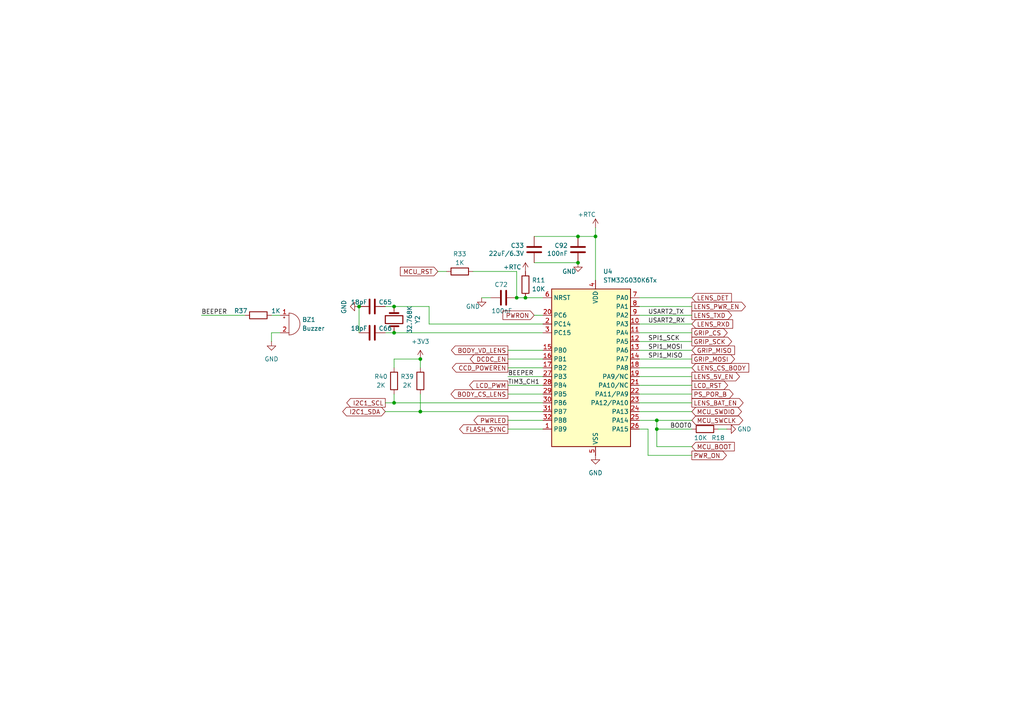
<source format=kicad_sch>
(kicad_sch (version 20231120) (generator "eeschema") (generator_version "8.0")
  (paper "A4")
  (title_block (title "Housekeeping Microcontroller") (date "2024-10-05") (rev "R0.12") (company "Copyright 2024 Anhang Li, Wenting Zhang") (comment 2 "MERCHANTABILITY, SATISFACTORY QUALITY AND FITNESS FOR A PARTICULAR PURPOSE.") (comment 3 "This source is distributed WITHOUT ANY EXPRESS OR IMPLIED WARRANTY, INCLUDING OF") (comment 4 "This source describes Open Hardware and is licensed under the CERN-OHL-P v2."))
  (lib_symbols
    (symbol "Device:Buzzer" (pin_names (offset 0.0254) hide)
      (property "Reference" "BZ" (at 3.81 1.27 0))
      (property "Value" "Buzzer" (at 3.81 -1.27 0))
      (symbol "Buzzer_0_1"
        (arc (start 0 -3.175) (mid 3.1612 0) (end 0 3.175))
        (polyline (pts (xy -1.651 1.905) (xy -1.143 1.905)))
        (polyline (pts (xy -1.397 2.159) (xy -1.397 1.651)))
        (polyline (pts (xy 0 3.175) (xy 0 -3.175)))
      )
      (symbol "Buzzer_1_1"
        (pin passive line (at -2.54 2.54 0) (length 2.54) (name "+") (number "1"))
        (pin passive line (at -2.54 -2.54 0) (length 2.54) (name "-") (number "2"))
      )
    )
    (symbol "Device:C" (pin_numbers hide) (pin_names (offset 0.254))
      (property "Reference" "C" (at 0.635 2.54 0))
      (property "Value" "C" (at 0.635 -2.54 0))
      (symbol "C_0_1"
        (polyline (pts (xy -2.032 -0.762) (xy 2.032 -0.762)) (stroke (width 0.508)))
        (polyline (pts (xy -2.032 0.762) (xy 2.032 0.762)) (stroke (width 0.508)))
      )
      (symbol "C_1_1"
        (pin passive line (at 0 3.81 270) (length 2.794) (name "~") (number "1"))
        (pin passive line (at 0 -3.81 90) (length 2.794) (name "~") (number "2"))
      )
    )
    (symbol "Device:Crystal" (pin_numbers hide) (pin_names (offset 1.016) hide)
      (property "Reference" "Y" (at 0 3.81 0))
      (property "Value" "Crystal" (at 0 -3.81 0))
      (symbol "Crystal_0_1"
        (rectangle (start -1.143 2.54) (end 1.143 -2.54) (stroke (width 0.3048)))
        (polyline (pts (xy -2.54 0) (xy -1.905 0)))
        (polyline (pts (xy -1.905 -1.27) (xy -1.905 1.27)) (stroke (width 0.508)))
        (polyline (pts (xy 1.905 -1.27) (xy 1.905 1.27)) (stroke (width 0.508)))
        (polyline (pts (xy 2.54 0) (xy 1.905 0)))
      )
      (symbol "Crystal_1_1"
        (pin passive line (at -3.81 0 0) (length 1.27) (name "1") (number "1"))
        (pin passive line (at 3.81 0 180) (length 1.27) (name "2") (number "2"))
      )
    )
    (symbol "Device:R" (pin_numbers hide) (pin_names (offset 0))
      (property "Reference" "R" (at 2.032 0 90))
      (property "Value" "R" (at 0 0 90))
      (symbol "R_0_1"
        (rectangle (start -1.016 -2.54) (end 1.016 2.54) (stroke (width 0.254)))
      )
      (symbol "R_1_1"
        (pin passive line (at 0 3.81 270) (length 1.27) (name "~") (number "1"))
        (pin passive line (at 0 -3.81 90) (length 1.27) (name "~") (number "2"))
      )
    )
    (symbol "MCU_ST_STM32G0:STM32G030K6Tx"
      (property "Reference" "U" (at -10.16 24.13 0))
      (property "Value" "STM32G030K6Tx" (at 5.08 24.13 0))
      (symbol "STM32G030K6Tx_0_1"
        (rectangle (start -10.16 -22.86) (end 12.7 22.86) (stroke (width 0.254)) (fill (type background)))
      )
      (symbol "STM32G030K6Tx_1_1"
        (pin bidirectional line (at -12.7 -17.78 0) (length 2.54) (name "PB9") (number "1"))
        (pin bidirectional line (at 15.24 12.7 180) (length 2.54) (name "PA3") (number "10"))
        (pin bidirectional line (at 15.24 10.16 180) (length 2.54) (name "PA4") (number "11"))
        (pin bidirectional line (at 15.24 7.62 180) (length 2.54) (name "PA5") (number "12"))
        (pin bidirectional line (at 15.24 5.08 180) (length 2.54) (name "PA6") (number "13"))
        (pin bidirectional line (at 15.24 2.54 180) (length 2.54) (name "PA7") (number "14"))
        (pin bidirectional line (at -12.7 5.08 0) (length 2.54) (name "PB0") (number "15"))
        (pin bidirectional line (at -12.7 2.54 0) (length 2.54) (name "PB1") (number "16"))
        (pin bidirectional line (at -12.7 0 0) (length 2.54) (name "PB2") (number "17"))
        (pin bidirectional line (at 15.24 0 180) (length 2.54) (name "PA8") (number "18"))
        (pin bidirectional line (at 15.24 -2.54 180) (length 2.54) (name "PA9/NC") (number "19"))
        (pin bidirectional line (at -12.7 12.7 0) (length 2.54) (name "PC14") (number "2"))
        (pin bidirectional line (at -12.7 15.24 0) (length 2.54) (name "PC6") (number "20"))
        (pin bidirectional line (at 15.24 -5.08 180) (length 2.54) (name "PA10/NC") (number "21"))
        (pin bidirectional line (at 15.24 -7.62 180) (length 2.54) (name "PA11/PA9") (number "22"))
        (pin bidirectional line (at 15.24 -10.16 180) (length 2.54) (name "PA12/PA10") (number "23"))
        (pin bidirectional line (at 15.24 -12.7 180) (length 2.54) (name "PA13") (number "24"))
        (pin bidirectional line (at 15.24 -15.24 180) (length 2.54) (name "PA14") (number "25"))
        (pin bidirectional line (at 15.24 -17.78 180) (length 2.54) (name "PA15") (number "26"))
        (pin bidirectional line (at -12.7 -2.54 0) (length 2.54) (name "PB3") (number "27"))
        (pin bidirectional line (at -12.7 -5.08 0) (length 2.54) (name "PB4") (number "28"))
        (pin bidirectional line (at -12.7 -7.62 0) (length 2.54) (name "PB5") (number "29"))
        (pin bidirectional line (at -12.7 10.16 0) (length 2.54) (name "PC15") (number "3"))
        (pin bidirectional line (at -12.7 -10.16 0) (length 2.54) (name "PB6") (number "30"))
        (pin bidirectional line (at -12.7 -12.7 0) (length 2.54) (name "PB7") (number "31"))
        (pin bidirectional line (at -12.7 -15.24 0) (length 2.54) (name "PB8") (number "32"))
        (pin power_in line (at 2.54 25.4 270) (length 2.54) (name "VDD") (number "4"))
        (pin power_in line (at 2.54 -25.4 90) (length 2.54) (name "VSS") (number "5"))
        (pin input line (at -12.7 20.32 0) (length 2.54) (name "NRST") (number "6"))
        (pin bidirectional line (at 15.24 20.32 180) (length 2.54) (name "PA0") (number "7"))
        (pin bidirectional line (at 15.24 17.78 180) (length 2.54) (name "PA1") (number "8"))
        (pin bidirectional line (at 15.24 15.24 180) (length 2.54) (name "PA2") (number "9"))
      )
    )
    (symbol "power:+3V3" (power) (pin_names (offset 0))
      (property "Value" "+3V3" (at 0 3.556 0))
      (symbol "+3V3_0_1"
        (polyline (pts (xy -0.762 1.27) (xy 0 2.54)))
        (polyline (pts (xy 0 0) (xy 0 2.54)))
        (polyline (pts (xy 0 2.54) (xy 0.762 1.27)))
      )
      (symbol "+3V3_1_1"
        (pin power_in line (at 0 0 90) (length 0) hide (name "+3V3") (number "1"))
      )
    )
    (symbol "power:GND" (power) (pin_numbers hide) (pin_names (offset 0) hide)
      (property "Value" "GND" (at 0 -3.81 0))
      (symbol "GND_0_1"
        (polyline (pts (xy 0 0) (xy 0 -1.27) (xy 1.27 -1.27) (xy 0 -2.54) (xy -1.27 -1.27) (xy 0 -1.27)))
      )
      (symbol "GND_1_1"
        (pin power_in line (at 0 0 270) (length 0) (name "~") (number "1"))
      )
    )
    (symbol "symbols:+RTC" (power) (pin_names (offset 0))
      (property "Value" "+RTC" (at 0 3.556 0))
      (symbol "+RTC_0_1"
        (polyline (pts (xy -0.762 1.27) (xy 0 2.54)))
        (polyline (pts (xy 0 0) (xy 0 2.54)))
        (polyline (pts (xy 0 2.54) (xy 0.762 1.27)))
      )
      (symbol "+RTC_1_1"
        (pin power_in line (at 0 0 90) (length 0) hide (name "+RTC") (number "1"))
      )
    )
  )
  (junction (at 167.64 76.2))
  (junction (at 114.3 88.9))
  (junction (at 190.5 121.92))
  (junction (at 114.3 96.52))
  (junction (at 104.14 88.9) (diameter 0.9144))
  (junction (at 172.72 68.58))
  (junction (at 152.4 86.36))
  (junction (at 114.3 116.84))
  (junction (at 190.5 124.46))
  (junction (at 121.92 119.38))
  (junction (at 149.86 86.36))
  (junction (at 121.92 104.14))
  (junction (at 167.64 68.58))
  (wire (pts (xy 147.32 106.68) (xy 157.48 106.68)))
  (wire (pts (xy 121.92 104.14) (xy 121.92 106.68)))
  (wire (pts (xy 58.42 91.44) (xy 71.12 91.44)))
  (wire (pts (xy 121.92 114.3) (xy 121.92 119.38)))
  (wire (pts (xy 185.42 88.9) (xy 200.66 88.9)))
  (wire (pts (xy 185.42 101.6) (xy 200.66 101.6)))
  (wire (pts (xy 185.42 114.3) (xy 200.66 114.3)))
  (wire (pts (xy 154.94 68.58) (xy 167.64 68.58)))
  (wire (pts (xy 114.3 96.52) (xy 111.76 96.52)))
  (wire (pts (xy 157.48 114.3) (xy 147.32 114.3)))
  (wire (pts (xy 157.48 111.76) (xy 147.32 111.76)))
  (wire (pts (xy 190.5 121.92) (xy 200.66 121.92)))
  (wire (pts (xy 185.42 91.44) (xy 200.66 91.44)))
  (wire (pts (xy 78.74 91.44) (xy 81.28 91.44)))
  (wire (pts (xy 185.42 106.68) (xy 200.66 106.68)))
  (wire (pts (xy 185.42 99.06) (xy 200.66 99.06)))
  (wire (pts (xy 157.48 109.22) (xy 147.32 109.22)))
  (wire (pts (xy 190.5 121.92) (xy 190.5 124.46)))
  (wire (pts (xy 114.3 96.52) (xy 157.48 96.52)))
  (wire (pts (xy 185.42 96.52) (xy 200.66 96.52)))
  (wire (pts (xy 147.32 121.92) (xy 157.48 121.92)))
  (wire (pts (xy 78.74 96.52) (xy 78.74 99.06)))
  (wire (pts (xy 190.5 124.46) (xy 190.5 129.54)))
  (wire (pts (xy 185.42 111.76) (xy 200.66 111.76)))
  (wire (pts (xy 114.3 114.3) (xy 114.3 116.84)))
  (wire (pts (xy 154.94 91.44) (xy 157.48 91.44)))
  (wire (pts (xy 104.14 96.52) (xy 104.14 88.9)))
  (wire (pts (xy 157.48 101.6) (xy 147.32 101.6)))
  (wire (pts (xy 124.46 88.9) (xy 124.46 93.98)))
  (wire (pts (xy 121.92 119.38) (xy 111.76 119.38)))
  (wire (pts (xy 139.7 86.36) (xy 142.24 86.36)))
  (wire (pts (xy 157.48 119.38) (xy 121.92 119.38)))
  (wire (pts (xy 124.46 93.98) (xy 157.48 93.98)))
  (wire (pts (xy 157.48 116.84) (xy 114.3 116.84)))
  (wire (pts (xy 111.76 88.9) (xy 114.3 88.9)))
  (wire (pts (xy 149.86 86.36) (xy 152.4 86.36)))
  (wire (pts (xy 185.42 109.22) (xy 200.66 109.22)))
  (wire (pts (xy 200.66 132.08) (xy 187.96 132.08)))
  (wire (pts (xy 114.3 116.84) (xy 111.76 116.84)))
  (wire (pts (xy 114.3 106.68) (xy 114.3 104.14)))
  (wire (pts (xy 127 78.74) (xy 129.54 78.74)))
  (wire (pts (xy 149.86 78.74) (xy 149.86 86.36)))
  (wire (pts (xy 185.42 119.38) (xy 200.66 119.38)))
  (wire (pts (xy 172.72 68.58) (xy 172.72 81.28)))
  (wire (pts (xy 187.96 124.46) (xy 187.96 132.08)))
  (wire (pts (xy 154.94 76.2) (xy 167.64 76.2)))
  (wire (pts (xy 81.28 96.52) (xy 78.74 96.52)))
  (wire (pts (xy 172.72 66.04) (xy 172.72 68.58)))
  (wire (pts (xy 152.4 86.36) (xy 157.48 86.36)))
  (wire (pts (xy 147.32 124.46) (xy 157.48 124.46)))
  (wire (pts (xy 185.42 104.14) (xy 200.66 104.14)))
  (wire (pts (xy 185.42 86.36) (xy 200.66 86.36)))
  (wire (pts (xy 185.42 93.98) (xy 200.66 93.98)))
  (wire (pts (xy 210.82 124.46) (xy 208.28 124.46)))
  (wire (pts (xy 185.42 121.92) (xy 190.5 121.92)))
  (wire (pts (xy 114.3 104.14) (xy 121.92 104.14)))
  (wire (pts (xy 137.16 78.74) (xy 149.86 78.74)))
  (wire (pts (xy 124.46 88.9) (xy 114.3 88.9)))
  (wire (pts (xy 187.96 124.46) (xy 185.42 124.46)))
  (wire (pts (xy 167.64 68.58) (xy 172.72 68.58)))
  (wire (pts (xy 200.66 124.46) (xy 190.5 124.46)))
  (wire (pts (xy 200.66 116.84) (xy 185.42 116.84)))
  (wire (pts (xy 190.5 129.54) (xy 200.66 129.54)))
  (wire (pts (xy 157.48 104.14) (xy 147.32 104.14)))
  (label "BOOT0" (at 200.66 124.46 180))
  (label "SPI1_MISO" (at 187.96 104.14 0))
  (label "BEEPER" (at 147.32 109.22 0))
  (label "USART2_RX" (at 187.96 93.98 0))
  (label "SPI1_MOSI" (at 187.96 101.6 0))
  (label "SPI1_SCK" (at 187.96 99.06 0))
  (label "USART2_TX" (at 187.96 91.44 0))
  (label "TIM3_CH1" (at 147.32 111.76 0))
  (label "BEEPER" (at 58.42 91.44 0))
  (global_label "PS_POR_B" (shape output) (at 200.66 114.3 0) (property "Intersheetrefs" "${INTERSHEET_REFS}" (effects (hide yes))))
  (global_label "LENS_PWR_EN" (shape output) (at 200.66 88.9 0) (property "Intersheetrefs" "${INTERSHEET_REFS}" (effects (hide yes))))
  (global_label "PWRON" (shape input) (at 154.94 91.44 180) (property "Intersheetrefs" "${INTERSHEET_REFS}" (effects (hide yes))))
  (global_label "BODY_VD_LENS" (shape output) (at 147.32 101.6 180) (property "Intersheetrefs" "${INTERSHEET_REFS}" (effects (hide yes))))
  (global_label "LENS_TXD" (shape output) (at 200.66 91.44 0) (property "Intersheetrefs" "${INTERSHEET_REFS}" (effects (hide yes))))
  (global_label "DCDC_EN" (shape output) (at 147.32 104.14 180) (property "Intersheetrefs" "${INTERSHEET_REFS}" (effects (hide yes))))
  (global_label "GRIP_MISO" (shape input) (at 200.66 101.6 0) (property "Intersheetrefs" "${INTERSHEET_REFS}" (effects (hide yes))))
  (global_label "CCD_POWEREN" (shape output) (at 147.32 106.68 180) (property "Intersheetrefs" "${INTERSHEET_REFS}" (effects (hide yes))))
  (global_label "GRIP_MOSI" (shape output) (at 200.66 104.14 0) (property "Intersheetrefs" "${INTERSHEET_REFS}" (effects (hide yes))))
  (global_label "GRIP_CS" (shape output) (at 200.66 96.52 0) (property "Intersheetrefs" "${INTERSHEET_REFS}" (effects (hide yes))))
  (global_label "I2C1_SCL" (shape output) (at 111.76 116.84 180) (property "Intersheetrefs" "${INTERSHEET_REFS}" (effects (hide yes))))
  (global_label "PWR_ON" (shape output) (at 200.66 132.08 0) (property "Intersheetrefs" "${INTERSHEET_REFS}" (effects (hide yes))))
  (global_label "LENS_DET" (shape input) (at 200.66 86.36 0) (property "Intersheetrefs" "${INTERSHEET_REFS}" (effects (hide yes))))
  (global_label "LENS_5V_EN" (shape output) (at 200.66 109.22 0) (property "Intersheetrefs" "${INTERSHEET_REFS}" (effects (hide yes))))
  (global_label "LENS_CS_BODY" (shape input) (at 200.66 106.68 0) (property "Intersheetrefs" "${INTERSHEET_REFS}" (effects (hide yes))))
  (global_label "BODY_CS_LENS" (shape output) (at 147.32 114.3 180) (property "Intersheetrefs" "${INTERSHEET_REFS}" (effects (hide yes))))
  (global_label "MCU_BOOT" (shape input) (at 200.66 129.54 0) (property "Intersheetrefs" "${INTERSHEET_REFS}" (effects (hide yes))))
  (global_label "LENS_BAT_EN" (shape output) (at 200.66 116.84 0) (property "Intersheetrefs" "${INTERSHEET_REFS}" (effects (hide yes))))
  (global_label "LCD_RST" (shape output) (at 200.66 111.76 0) (property "Intersheetrefs" "${INTERSHEET_REFS}" (effects (hide yes))))
  (global_label "PWRLED" (shape output) (at 147.32 121.92 180) (property "Intersheetrefs" "${INTERSHEET_REFS}" (effects (hide yes))))
  (global_label "MCU_RST" (shape input) (at 127 78.74 180) (property "Intersheetrefs" "${INTERSHEET_REFS}" (effects (hide yes))))
  (global_label "FLASH_SYNC" (shape output) (at 147.32 124.46 180) (property "Intersheetrefs" "${INTERSHEET_REFS}" (effects (hide yes))))
  (global_label "MCU_SWCLK" (shape bidirectional) (at 200.66 121.92 0) (property "Intersheetrefs" "${INTERSHEET_REFS}" (effects (hide yes))))
  (global_label "I2C1_SDA" (shape bidirectional) (at 111.76 119.38 180) (property "Intersheetrefs" "${INTERSHEET_REFS}" (effects (hide yes))))
  (global_label "LCD_PWM" (shape output) (at 147.32 111.76 180) (property "Intersheetrefs" "${INTERSHEET_REFS}" (effects (hide yes))))
  (global_label "MCU_SWDIO" (shape bidirectional) (at 200.66 119.38 0) (property "Intersheetrefs" "${INTERSHEET_REFS}" (effects (hide yes))))
  (global_label "GRIP_SCK" (shape output) (at 200.66 99.06 0) (property "Intersheetrefs" "${INTERSHEET_REFS}" (effects (hide yes))))
  (global_label "LENS_RXD" (shape input) (at 200.66 93.98 0) (property "Intersheetrefs" "${INTERSHEET_REFS}" (effects (hide yes))))
  (symbol (lib_id "power:GND") (at 210.82 124.46 90) (unit 1)
    (property "Reference" "#PWR010" (effects (hide yes)))
    (property "Value" "GND" (at 215.9 124.46 90))
    (property "Description" "Power symbol creates a global label with name \"GND\" , ground" (effects (hide yes)))
  )
  (symbol (lib_id "Device:R") (at 114.3 110.49 0) (mirror y) (unit 1)
    (property "Reference" "R40" (at 110.49 109.22 0))
    (property "Value" "2K" (at 110.49 111.76 0))
    (property "Footprint" "Resistor_SMD:R_0402_1005Metric" (effects (hide yes)))
  )
  (symbol (lib_id "power:GND") (at 139.7 86.36 0) (unit 1)
    (property "Reference" "#PWR043" (effects (hide yes)))
    (property "Value" "GND" (at 137.16 88.9 0))
    (property "Description" "Power symbol creates a global label with name \"GND\" , ground" (effects (hide yes)))
  )
  (symbol (lib_id "Device:C") (at 167.64 72.39 0) (mirror y) (unit 1)
    (property "Reference" "C92" (at 164.719 71.2216 0) (effects (justify left)))
    (property "Value" "100nF" (at 164.719 73.533 0) (effects (justify left)))
    (property "Footprint" "Capacitor_SMD:C_0402_1005Metric" (effects (hide yes)))
  )
  (symbol (lib_id "Device:C") (at 107.95 88.9 90) (unit 1)
    (property "Reference" "C65" (at 111.76 87.63 90))
    (property "Value" "18pF" (at 104.14 87.63 90))
    (property "Footprint" "Capacitor_SMD:C_0402_1005Metric" (effects (hide yes)))
  )
  (symbol (lib_id "Device:R") (at 152.4 82.55 0) (unit 1)
    (property "Reference" "R11" (at 156.21 81.28 0))
    (property "Value" "10K" (at 156.21 83.82 0))
    (property "Footprint" "Resistor_SMD:R_0402_1005Metric" (effects (hide yes)))
  )
  (symbol (lib_id "Device:Crystal") (at 114.3 92.71 270) (unit 1)
    (property "Reference" "Y2" (at 121.1072 92.71 0))
    (property "Value" "32.768K" (at 118.7958 92.71 0))
    (property "Footprint" "Crystal:Crystal_SMD_TXC_9HT11-2Pin_2.0x1.2mm_HandSoldering" (effects (hide yes)))
  )
  (symbol (lib_id "power:GND") (at 78.74 99.06 0) (unit 1)
    (property "Reference" "#PWR027" (effects (hide yes)))
    (property "Value" "GND" (at 78.74 104.14 0))
    (property "Description" "Power symbol creates a global label with name \"GND\" , ground" (effects (hide yes)))
  )
  (symbol (lib_id "Device:R") (at 204.47 124.46 270) (unit 1)
    (property "Reference" "R18" (at 208.28 127 90))
    (property "Value" "10K" (at 203.2 127 90))
    (property "Footprint" "Resistor_SMD:R_0402_1005Metric" (effects (hide yes)))
  )
  (symbol (lib_id "Device:C") (at 146.05 86.36 90) (mirror x) (unit 1)
    (property "Reference" "C72" (at 147.32 82.55 90) (effects (justify left)))
    (property "Value" "100nF" (at 148.59 90.17 90) (effects (justify left)))
    (property "Footprint" "Capacitor_SMD:C_0402_1005Metric" (effects (hide yes)))
  )
  (symbol (lib_id "power:GND") (at 167.64 76.2 0) (unit 1)
    (property "Reference" "#PWR088" (effects (hide yes)))
    (property "Value" "GND" (at 165.1 78.74 0))
    (property "Description" "Power symbol creates a global label with name \"GND\" , ground" (effects (hide yes)))
  )
  (symbol (lib_id "Device:C") (at 154.94 72.39 0) (mirror y) (unit 1)
    (property "Reference" "C33" (at 152.019 71.2216 0) (effects (justify left)))
    (property "Value" "22uF/6.3V" (at 152.019 73.533 0) (effects (justify left)))
    (property "Footprint" "Capacitor_SMD:C_0603_1608Metric" (effects (hide yes)))
  )
  (symbol (lib_id "symbols:+RTC") (at 152.4 78.74 0) (unit 1)
    (property "Reference" "#PWR041" (effects (hide yes)))
    (property "Value" "+RTC" (at 148.59 77.47 0))
  )
  (symbol (lib_id "Device:R") (at 133.35 78.74 90) (unit 1)
    (property "Reference" "R33" (at 133.35 73.66 90))
    (property "Value" "1K" (at 133.35 76.2 90))
    (property "Footprint" "Resistor_SMD:R_0402_1005Metric" (effects (hide yes)))
  )
  (symbol (lib_id "power:+3V3") (at 121.92 104.14 0) (mirror y) (unit 1)
    (property "Reference" "#PWR045" (effects (hide yes)))
    (property "Value" "+3V3" (at 121.92 99.06 0))
  )
  (symbol (lib_id "Device:Buzzer") (at 83.82 93.98 0) (unit 1)
    (property "Reference" "BZ1" (at 87.63 92.7099 0) (effects (justify left)))
    (property "Value" "Buzzer" (at 87.63 95.2499 0) (effects (justify left)))
    (property "Footprint" "Buzzer_Beeper:Buzzer_Murata_PKMCS0909E" (effects (hide yes)))
    (property "Description" "Buzzer, polarized" (effects (hide yes)))
  )
  (symbol (lib_id "Device:R") (at 121.92 110.49 0) (mirror y) (unit 1)
    (property "Reference" "R39" (at 118.11 109.22 0))
    (property "Value" "2K" (at 118.11 111.76 0))
    (property "Footprint" "Resistor_SMD:R_0402_1005Metric" (effects (hide yes)))
  )
  (symbol (lib_id "symbols:+RTC") (at 172.72 66.04 0) (unit 1)
    (property "Reference" "#PWR090" (effects (hide yes)))
    (property "Value" "+RTC" (at 170.18 62.23 0))
  )
  (symbol (lib_id "Device:R") (at 74.93 91.44 270) (unit 1)
    (property "Reference" "R37" (at 69.85 90.17 90))
    (property "Value" "1K" (at 80.01 90.17 90))
    (property "Footprint" "Resistor_SMD:R_0402_1005Metric" (effects (hide yes)))
  )
  (symbol (lib_id "power:GND") (at 104.14 88.9 270) (unit 1)
    (property "Reference" "#PWR087" (effects (hide yes)))
    (property "Value" "GND" (at 99.7458 89.027 0))
  )
  (symbol (lib_id "MCU_ST_STM32G0:STM32G030K6Tx") (at 170.18 106.68 0) (unit 1)
    (property "Reference" "U4" (at 174.9141 78.74 0) (effects (justify left)))
    (property "Value" "STM32G030K6Tx" (at 174.9141 81.28 0) (effects (justify left)))
    (property "Footprint" "Package_QFP:LQFP-32_7x7mm_P0.8mm" (effects (hide yes)))
    (property "Datasheet" "https://www.st.com/resource/en/datasheet/stm32g030k6.pdf" (effects (hide yes)))
    (property "Description" "STMicroelectronics Arm Cortex-M0+ MCU, 32KB flash, 8KB RAM, 64 MHz, 2.0-3.6V, 29 GPIO, LQFP32" (effects (hide yes)))
  )
  (symbol (lib_id "Device:C") (at 107.95 96.52 90) (unit 1)
    (property "Reference" "C66" (at 111.76 95.25 90))
    (property "Value" "18pF" (at 104.14 95.25 90))
    (property "Footprint" "Capacitor_SMD:C_0402_1005Metric" (effects (hide yes)))
  )
  (symbol (lib_id "power:GND") (at 172.72 132.08 0) (unit 1)
    (property "Reference" "#PWR060" (effects (hide yes)))
    (property "Value" "GND" (at 172.72 137.16 0))
    (property "Description" "Power symbol creates a global label with name \"GND\" , ground" (effects (hide yes)))
  )
)
</source>
